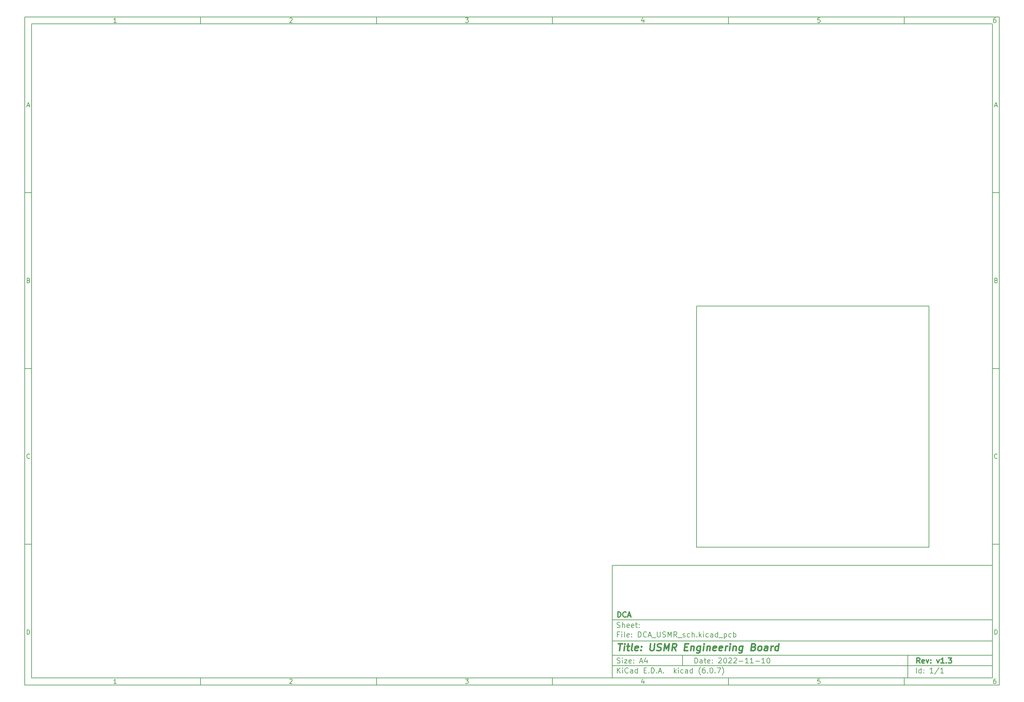
<source format=gbr>
%TF.GenerationSoftware,KiCad,Pcbnew,(6.0.7)*%
%TF.CreationDate,2022-11-15T16:12:34-05:00*%
%TF.ProjectId,DCA_USMR_sch,4443415f-5553-44d5-925f-7363682e6b69,v1.3*%
%TF.SameCoordinates,Original*%
%TF.FileFunction,Legend,Bot*%
%TF.FilePolarity,Positive*%
%FSLAX46Y46*%
G04 Gerber Fmt 4.6, Leading zero omitted, Abs format (unit mm)*
G04 Created by KiCad (PCBNEW (6.0.7)) date 2022-11-15 16:12:34*
%MOMM*%
%LPD*%
G01*
G04 APERTURE LIST*
%ADD10C,0.100000*%
%ADD11C,0.150000*%
%ADD12C,0.300000*%
%ADD13C,0.400000*%
%TA.AperFunction,Profile*%
%ADD14C,0.200000*%
%TD*%
G04 APERTURE END LIST*
D10*
D11*
X177002200Y-166007200D02*
X177002200Y-198007200D01*
X285002200Y-198007200D01*
X285002200Y-166007200D01*
X177002200Y-166007200D01*
D10*
D11*
X10000000Y-10000000D02*
X10000000Y-200007200D01*
X287002200Y-200007200D01*
X287002200Y-10000000D01*
X10000000Y-10000000D01*
D10*
D11*
X12000000Y-12000000D02*
X12000000Y-198007200D01*
X285002200Y-198007200D01*
X285002200Y-12000000D01*
X12000000Y-12000000D01*
D10*
D11*
X60000000Y-12000000D02*
X60000000Y-10000000D01*
D10*
D11*
X110000000Y-12000000D02*
X110000000Y-10000000D01*
D10*
D11*
X160000000Y-12000000D02*
X160000000Y-10000000D01*
D10*
D11*
X210000000Y-12000000D02*
X210000000Y-10000000D01*
D10*
D11*
X260000000Y-12000000D02*
X260000000Y-10000000D01*
D10*
D11*
X36065476Y-11588095D02*
X35322619Y-11588095D01*
X35694047Y-11588095D02*
X35694047Y-10288095D01*
X35570238Y-10473809D01*
X35446428Y-10597619D01*
X35322619Y-10659523D01*
D10*
D11*
X85322619Y-10411904D02*
X85384523Y-10350000D01*
X85508333Y-10288095D01*
X85817857Y-10288095D01*
X85941666Y-10350000D01*
X86003571Y-10411904D01*
X86065476Y-10535714D01*
X86065476Y-10659523D01*
X86003571Y-10845238D01*
X85260714Y-11588095D01*
X86065476Y-11588095D01*
D10*
D11*
X135260714Y-10288095D02*
X136065476Y-10288095D01*
X135632142Y-10783333D01*
X135817857Y-10783333D01*
X135941666Y-10845238D01*
X136003571Y-10907142D01*
X136065476Y-11030952D01*
X136065476Y-11340476D01*
X136003571Y-11464285D01*
X135941666Y-11526190D01*
X135817857Y-11588095D01*
X135446428Y-11588095D01*
X135322619Y-11526190D01*
X135260714Y-11464285D01*
D10*
D11*
X185941666Y-10721428D02*
X185941666Y-11588095D01*
X185632142Y-10226190D02*
X185322619Y-11154761D01*
X186127380Y-11154761D01*
D10*
D11*
X236003571Y-10288095D02*
X235384523Y-10288095D01*
X235322619Y-10907142D01*
X235384523Y-10845238D01*
X235508333Y-10783333D01*
X235817857Y-10783333D01*
X235941666Y-10845238D01*
X236003571Y-10907142D01*
X236065476Y-11030952D01*
X236065476Y-11340476D01*
X236003571Y-11464285D01*
X235941666Y-11526190D01*
X235817857Y-11588095D01*
X235508333Y-11588095D01*
X235384523Y-11526190D01*
X235322619Y-11464285D01*
D10*
D11*
X285941666Y-10288095D02*
X285694047Y-10288095D01*
X285570238Y-10350000D01*
X285508333Y-10411904D01*
X285384523Y-10597619D01*
X285322619Y-10845238D01*
X285322619Y-11340476D01*
X285384523Y-11464285D01*
X285446428Y-11526190D01*
X285570238Y-11588095D01*
X285817857Y-11588095D01*
X285941666Y-11526190D01*
X286003571Y-11464285D01*
X286065476Y-11340476D01*
X286065476Y-11030952D01*
X286003571Y-10907142D01*
X285941666Y-10845238D01*
X285817857Y-10783333D01*
X285570238Y-10783333D01*
X285446428Y-10845238D01*
X285384523Y-10907142D01*
X285322619Y-11030952D01*
D10*
D11*
X60000000Y-198007200D02*
X60000000Y-200007200D01*
D10*
D11*
X110000000Y-198007200D02*
X110000000Y-200007200D01*
D10*
D11*
X160000000Y-198007200D02*
X160000000Y-200007200D01*
D10*
D11*
X210000000Y-198007200D02*
X210000000Y-200007200D01*
D10*
D11*
X260000000Y-198007200D02*
X260000000Y-200007200D01*
D10*
D11*
X36065476Y-199595295D02*
X35322619Y-199595295D01*
X35694047Y-199595295D02*
X35694047Y-198295295D01*
X35570238Y-198481009D01*
X35446428Y-198604819D01*
X35322619Y-198666723D01*
D10*
D11*
X85322619Y-198419104D02*
X85384523Y-198357200D01*
X85508333Y-198295295D01*
X85817857Y-198295295D01*
X85941666Y-198357200D01*
X86003571Y-198419104D01*
X86065476Y-198542914D01*
X86065476Y-198666723D01*
X86003571Y-198852438D01*
X85260714Y-199595295D01*
X86065476Y-199595295D01*
D10*
D11*
X135260714Y-198295295D02*
X136065476Y-198295295D01*
X135632142Y-198790533D01*
X135817857Y-198790533D01*
X135941666Y-198852438D01*
X136003571Y-198914342D01*
X136065476Y-199038152D01*
X136065476Y-199347676D01*
X136003571Y-199471485D01*
X135941666Y-199533390D01*
X135817857Y-199595295D01*
X135446428Y-199595295D01*
X135322619Y-199533390D01*
X135260714Y-199471485D01*
D10*
D11*
X185941666Y-198728628D02*
X185941666Y-199595295D01*
X185632142Y-198233390D02*
X185322619Y-199161961D01*
X186127380Y-199161961D01*
D10*
D11*
X236003571Y-198295295D02*
X235384523Y-198295295D01*
X235322619Y-198914342D01*
X235384523Y-198852438D01*
X235508333Y-198790533D01*
X235817857Y-198790533D01*
X235941666Y-198852438D01*
X236003571Y-198914342D01*
X236065476Y-199038152D01*
X236065476Y-199347676D01*
X236003571Y-199471485D01*
X235941666Y-199533390D01*
X235817857Y-199595295D01*
X235508333Y-199595295D01*
X235384523Y-199533390D01*
X235322619Y-199471485D01*
D10*
D11*
X285941666Y-198295295D02*
X285694047Y-198295295D01*
X285570238Y-198357200D01*
X285508333Y-198419104D01*
X285384523Y-198604819D01*
X285322619Y-198852438D01*
X285322619Y-199347676D01*
X285384523Y-199471485D01*
X285446428Y-199533390D01*
X285570238Y-199595295D01*
X285817857Y-199595295D01*
X285941666Y-199533390D01*
X286003571Y-199471485D01*
X286065476Y-199347676D01*
X286065476Y-199038152D01*
X286003571Y-198914342D01*
X285941666Y-198852438D01*
X285817857Y-198790533D01*
X285570238Y-198790533D01*
X285446428Y-198852438D01*
X285384523Y-198914342D01*
X285322619Y-199038152D01*
D10*
D11*
X10000000Y-60000000D02*
X12000000Y-60000000D01*
D10*
D11*
X10000000Y-110000000D02*
X12000000Y-110000000D01*
D10*
D11*
X10000000Y-160000000D02*
X12000000Y-160000000D01*
D10*
D11*
X10690476Y-35216666D02*
X11309523Y-35216666D01*
X10566666Y-35588095D02*
X11000000Y-34288095D01*
X11433333Y-35588095D01*
D10*
D11*
X11092857Y-84907142D02*
X11278571Y-84969047D01*
X11340476Y-85030952D01*
X11402380Y-85154761D01*
X11402380Y-85340476D01*
X11340476Y-85464285D01*
X11278571Y-85526190D01*
X11154761Y-85588095D01*
X10659523Y-85588095D01*
X10659523Y-84288095D01*
X11092857Y-84288095D01*
X11216666Y-84350000D01*
X11278571Y-84411904D01*
X11340476Y-84535714D01*
X11340476Y-84659523D01*
X11278571Y-84783333D01*
X11216666Y-84845238D01*
X11092857Y-84907142D01*
X10659523Y-84907142D01*
D10*
D11*
X11402380Y-135464285D02*
X11340476Y-135526190D01*
X11154761Y-135588095D01*
X11030952Y-135588095D01*
X10845238Y-135526190D01*
X10721428Y-135402380D01*
X10659523Y-135278571D01*
X10597619Y-135030952D01*
X10597619Y-134845238D01*
X10659523Y-134597619D01*
X10721428Y-134473809D01*
X10845238Y-134350000D01*
X11030952Y-134288095D01*
X11154761Y-134288095D01*
X11340476Y-134350000D01*
X11402380Y-134411904D01*
D10*
D11*
X10659523Y-185588095D02*
X10659523Y-184288095D01*
X10969047Y-184288095D01*
X11154761Y-184350000D01*
X11278571Y-184473809D01*
X11340476Y-184597619D01*
X11402380Y-184845238D01*
X11402380Y-185030952D01*
X11340476Y-185278571D01*
X11278571Y-185402380D01*
X11154761Y-185526190D01*
X10969047Y-185588095D01*
X10659523Y-185588095D01*
D10*
D11*
X287002200Y-60000000D02*
X285002200Y-60000000D01*
D10*
D11*
X287002200Y-110000000D02*
X285002200Y-110000000D01*
D10*
D11*
X287002200Y-160000000D02*
X285002200Y-160000000D01*
D10*
D11*
X285692676Y-35216666D02*
X286311723Y-35216666D01*
X285568866Y-35588095D02*
X286002200Y-34288095D01*
X286435533Y-35588095D01*
D10*
D11*
X286095057Y-84907142D02*
X286280771Y-84969047D01*
X286342676Y-85030952D01*
X286404580Y-85154761D01*
X286404580Y-85340476D01*
X286342676Y-85464285D01*
X286280771Y-85526190D01*
X286156961Y-85588095D01*
X285661723Y-85588095D01*
X285661723Y-84288095D01*
X286095057Y-84288095D01*
X286218866Y-84350000D01*
X286280771Y-84411904D01*
X286342676Y-84535714D01*
X286342676Y-84659523D01*
X286280771Y-84783333D01*
X286218866Y-84845238D01*
X286095057Y-84907142D01*
X285661723Y-84907142D01*
D10*
D11*
X286404580Y-135464285D02*
X286342676Y-135526190D01*
X286156961Y-135588095D01*
X286033152Y-135588095D01*
X285847438Y-135526190D01*
X285723628Y-135402380D01*
X285661723Y-135278571D01*
X285599819Y-135030952D01*
X285599819Y-134845238D01*
X285661723Y-134597619D01*
X285723628Y-134473809D01*
X285847438Y-134350000D01*
X286033152Y-134288095D01*
X286156961Y-134288095D01*
X286342676Y-134350000D01*
X286404580Y-134411904D01*
D10*
D11*
X285661723Y-185588095D02*
X285661723Y-184288095D01*
X285971247Y-184288095D01*
X286156961Y-184350000D01*
X286280771Y-184473809D01*
X286342676Y-184597619D01*
X286404580Y-184845238D01*
X286404580Y-185030952D01*
X286342676Y-185278571D01*
X286280771Y-185402380D01*
X286156961Y-185526190D01*
X285971247Y-185588095D01*
X285661723Y-185588095D01*
D10*
D11*
X200434342Y-193785771D02*
X200434342Y-192285771D01*
X200791485Y-192285771D01*
X201005771Y-192357200D01*
X201148628Y-192500057D01*
X201220057Y-192642914D01*
X201291485Y-192928628D01*
X201291485Y-193142914D01*
X201220057Y-193428628D01*
X201148628Y-193571485D01*
X201005771Y-193714342D01*
X200791485Y-193785771D01*
X200434342Y-193785771D01*
X202577200Y-193785771D02*
X202577200Y-193000057D01*
X202505771Y-192857200D01*
X202362914Y-192785771D01*
X202077200Y-192785771D01*
X201934342Y-192857200D01*
X202577200Y-193714342D02*
X202434342Y-193785771D01*
X202077200Y-193785771D01*
X201934342Y-193714342D01*
X201862914Y-193571485D01*
X201862914Y-193428628D01*
X201934342Y-193285771D01*
X202077200Y-193214342D01*
X202434342Y-193214342D01*
X202577200Y-193142914D01*
X203077200Y-192785771D02*
X203648628Y-192785771D01*
X203291485Y-192285771D02*
X203291485Y-193571485D01*
X203362914Y-193714342D01*
X203505771Y-193785771D01*
X203648628Y-193785771D01*
X204720057Y-193714342D02*
X204577200Y-193785771D01*
X204291485Y-193785771D01*
X204148628Y-193714342D01*
X204077200Y-193571485D01*
X204077200Y-193000057D01*
X204148628Y-192857200D01*
X204291485Y-192785771D01*
X204577200Y-192785771D01*
X204720057Y-192857200D01*
X204791485Y-193000057D01*
X204791485Y-193142914D01*
X204077200Y-193285771D01*
X205434342Y-193642914D02*
X205505771Y-193714342D01*
X205434342Y-193785771D01*
X205362914Y-193714342D01*
X205434342Y-193642914D01*
X205434342Y-193785771D01*
X205434342Y-192857200D02*
X205505771Y-192928628D01*
X205434342Y-193000057D01*
X205362914Y-192928628D01*
X205434342Y-192857200D01*
X205434342Y-193000057D01*
X207220057Y-192428628D02*
X207291485Y-192357200D01*
X207434342Y-192285771D01*
X207791485Y-192285771D01*
X207934342Y-192357200D01*
X208005771Y-192428628D01*
X208077200Y-192571485D01*
X208077200Y-192714342D01*
X208005771Y-192928628D01*
X207148628Y-193785771D01*
X208077200Y-193785771D01*
X209005771Y-192285771D02*
X209148628Y-192285771D01*
X209291485Y-192357200D01*
X209362914Y-192428628D01*
X209434342Y-192571485D01*
X209505771Y-192857200D01*
X209505771Y-193214342D01*
X209434342Y-193500057D01*
X209362914Y-193642914D01*
X209291485Y-193714342D01*
X209148628Y-193785771D01*
X209005771Y-193785771D01*
X208862914Y-193714342D01*
X208791485Y-193642914D01*
X208720057Y-193500057D01*
X208648628Y-193214342D01*
X208648628Y-192857200D01*
X208720057Y-192571485D01*
X208791485Y-192428628D01*
X208862914Y-192357200D01*
X209005771Y-192285771D01*
X210077200Y-192428628D02*
X210148628Y-192357200D01*
X210291485Y-192285771D01*
X210648628Y-192285771D01*
X210791485Y-192357200D01*
X210862914Y-192428628D01*
X210934342Y-192571485D01*
X210934342Y-192714342D01*
X210862914Y-192928628D01*
X210005771Y-193785771D01*
X210934342Y-193785771D01*
X211505771Y-192428628D02*
X211577200Y-192357200D01*
X211720057Y-192285771D01*
X212077200Y-192285771D01*
X212220057Y-192357200D01*
X212291485Y-192428628D01*
X212362914Y-192571485D01*
X212362914Y-192714342D01*
X212291485Y-192928628D01*
X211434342Y-193785771D01*
X212362914Y-193785771D01*
X213005771Y-193214342D02*
X214148628Y-193214342D01*
X215648628Y-193785771D02*
X214791485Y-193785771D01*
X215220057Y-193785771D02*
X215220057Y-192285771D01*
X215077200Y-192500057D01*
X214934342Y-192642914D01*
X214791485Y-192714342D01*
X217077200Y-193785771D02*
X216220057Y-193785771D01*
X216648628Y-193785771D02*
X216648628Y-192285771D01*
X216505771Y-192500057D01*
X216362914Y-192642914D01*
X216220057Y-192714342D01*
X217720057Y-193214342D02*
X218862914Y-193214342D01*
X220362914Y-193785771D02*
X219505771Y-193785771D01*
X219934342Y-193785771D02*
X219934342Y-192285771D01*
X219791485Y-192500057D01*
X219648628Y-192642914D01*
X219505771Y-192714342D01*
X221291485Y-192285771D02*
X221434342Y-192285771D01*
X221577200Y-192357200D01*
X221648628Y-192428628D01*
X221720057Y-192571485D01*
X221791485Y-192857200D01*
X221791485Y-193214342D01*
X221720057Y-193500057D01*
X221648628Y-193642914D01*
X221577200Y-193714342D01*
X221434342Y-193785771D01*
X221291485Y-193785771D01*
X221148628Y-193714342D01*
X221077200Y-193642914D01*
X221005771Y-193500057D01*
X220934342Y-193214342D01*
X220934342Y-192857200D01*
X221005771Y-192571485D01*
X221077200Y-192428628D01*
X221148628Y-192357200D01*
X221291485Y-192285771D01*
D10*
D11*
X177002200Y-194507200D02*
X285002200Y-194507200D01*
D10*
D11*
X178434342Y-196585771D02*
X178434342Y-195085771D01*
X179291485Y-196585771D02*
X178648628Y-195728628D01*
X179291485Y-195085771D02*
X178434342Y-195942914D01*
X179934342Y-196585771D02*
X179934342Y-195585771D01*
X179934342Y-195085771D02*
X179862914Y-195157200D01*
X179934342Y-195228628D01*
X180005771Y-195157200D01*
X179934342Y-195085771D01*
X179934342Y-195228628D01*
X181505771Y-196442914D02*
X181434342Y-196514342D01*
X181220057Y-196585771D01*
X181077200Y-196585771D01*
X180862914Y-196514342D01*
X180720057Y-196371485D01*
X180648628Y-196228628D01*
X180577200Y-195942914D01*
X180577200Y-195728628D01*
X180648628Y-195442914D01*
X180720057Y-195300057D01*
X180862914Y-195157200D01*
X181077200Y-195085771D01*
X181220057Y-195085771D01*
X181434342Y-195157200D01*
X181505771Y-195228628D01*
X182791485Y-196585771D02*
X182791485Y-195800057D01*
X182720057Y-195657200D01*
X182577200Y-195585771D01*
X182291485Y-195585771D01*
X182148628Y-195657200D01*
X182791485Y-196514342D02*
X182648628Y-196585771D01*
X182291485Y-196585771D01*
X182148628Y-196514342D01*
X182077200Y-196371485D01*
X182077200Y-196228628D01*
X182148628Y-196085771D01*
X182291485Y-196014342D01*
X182648628Y-196014342D01*
X182791485Y-195942914D01*
X184148628Y-196585771D02*
X184148628Y-195085771D01*
X184148628Y-196514342D02*
X184005771Y-196585771D01*
X183720057Y-196585771D01*
X183577200Y-196514342D01*
X183505771Y-196442914D01*
X183434342Y-196300057D01*
X183434342Y-195871485D01*
X183505771Y-195728628D01*
X183577200Y-195657200D01*
X183720057Y-195585771D01*
X184005771Y-195585771D01*
X184148628Y-195657200D01*
X186005771Y-195800057D02*
X186505771Y-195800057D01*
X186720057Y-196585771D02*
X186005771Y-196585771D01*
X186005771Y-195085771D01*
X186720057Y-195085771D01*
X187362914Y-196442914D02*
X187434342Y-196514342D01*
X187362914Y-196585771D01*
X187291485Y-196514342D01*
X187362914Y-196442914D01*
X187362914Y-196585771D01*
X188077200Y-196585771D02*
X188077200Y-195085771D01*
X188434342Y-195085771D01*
X188648628Y-195157200D01*
X188791485Y-195300057D01*
X188862914Y-195442914D01*
X188934342Y-195728628D01*
X188934342Y-195942914D01*
X188862914Y-196228628D01*
X188791485Y-196371485D01*
X188648628Y-196514342D01*
X188434342Y-196585771D01*
X188077200Y-196585771D01*
X189577200Y-196442914D02*
X189648628Y-196514342D01*
X189577200Y-196585771D01*
X189505771Y-196514342D01*
X189577200Y-196442914D01*
X189577200Y-196585771D01*
X190220057Y-196157200D02*
X190934342Y-196157200D01*
X190077200Y-196585771D02*
X190577200Y-195085771D01*
X191077200Y-196585771D01*
X191577200Y-196442914D02*
X191648628Y-196514342D01*
X191577200Y-196585771D01*
X191505771Y-196514342D01*
X191577200Y-196442914D01*
X191577200Y-196585771D01*
X194577200Y-196585771D02*
X194577200Y-195085771D01*
X194720057Y-196014342D02*
X195148628Y-196585771D01*
X195148628Y-195585771D02*
X194577200Y-196157200D01*
X195791485Y-196585771D02*
X195791485Y-195585771D01*
X195791485Y-195085771D02*
X195720057Y-195157200D01*
X195791485Y-195228628D01*
X195862914Y-195157200D01*
X195791485Y-195085771D01*
X195791485Y-195228628D01*
X197148628Y-196514342D02*
X197005771Y-196585771D01*
X196720057Y-196585771D01*
X196577200Y-196514342D01*
X196505771Y-196442914D01*
X196434342Y-196300057D01*
X196434342Y-195871485D01*
X196505771Y-195728628D01*
X196577200Y-195657200D01*
X196720057Y-195585771D01*
X197005771Y-195585771D01*
X197148628Y-195657200D01*
X198434342Y-196585771D02*
X198434342Y-195800057D01*
X198362914Y-195657200D01*
X198220057Y-195585771D01*
X197934342Y-195585771D01*
X197791485Y-195657200D01*
X198434342Y-196514342D02*
X198291485Y-196585771D01*
X197934342Y-196585771D01*
X197791485Y-196514342D01*
X197720057Y-196371485D01*
X197720057Y-196228628D01*
X197791485Y-196085771D01*
X197934342Y-196014342D01*
X198291485Y-196014342D01*
X198434342Y-195942914D01*
X199791485Y-196585771D02*
X199791485Y-195085771D01*
X199791485Y-196514342D02*
X199648628Y-196585771D01*
X199362914Y-196585771D01*
X199220057Y-196514342D01*
X199148628Y-196442914D01*
X199077200Y-196300057D01*
X199077200Y-195871485D01*
X199148628Y-195728628D01*
X199220057Y-195657200D01*
X199362914Y-195585771D01*
X199648628Y-195585771D01*
X199791485Y-195657200D01*
X202077200Y-197157200D02*
X202005771Y-197085771D01*
X201862914Y-196871485D01*
X201791485Y-196728628D01*
X201720057Y-196514342D01*
X201648628Y-196157200D01*
X201648628Y-195871485D01*
X201720057Y-195514342D01*
X201791485Y-195300057D01*
X201862914Y-195157200D01*
X202005771Y-194942914D01*
X202077200Y-194871485D01*
X203291485Y-195085771D02*
X203005771Y-195085771D01*
X202862914Y-195157200D01*
X202791485Y-195228628D01*
X202648628Y-195442914D01*
X202577200Y-195728628D01*
X202577200Y-196300057D01*
X202648628Y-196442914D01*
X202720057Y-196514342D01*
X202862914Y-196585771D01*
X203148628Y-196585771D01*
X203291485Y-196514342D01*
X203362914Y-196442914D01*
X203434342Y-196300057D01*
X203434342Y-195942914D01*
X203362914Y-195800057D01*
X203291485Y-195728628D01*
X203148628Y-195657200D01*
X202862914Y-195657200D01*
X202720057Y-195728628D01*
X202648628Y-195800057D01*
X202577200Y-195942914D01*
X204077200Y-196442914D02*
X204148628Y-196514342D01*
X204077200Y-196585771D01*
X204005771Y-196514342D01*
X204077200Y-196442914D01*
X204077200Y-196585771D01*
X205077200Y-195085771D02*
X205220057Y-195085771D01*
X205362914Y-195157200D01*
X205434342Y-195228628D01*
X205505771Y-195371485D01*
X205577200Y-195657200D01*
X205577200Y-196014342D01*
X205505771Y-196300057D01*
X205434342Y-196442914D01*
X205362914Y-196514342D01*
X205220057Y-196585771D01*
X205077200Y-196585771D01*
X204934342Y-196514342D01*
X204862914Y-196442914D01*
X204791485Y-196300057D01*
X204720057Y-196014342D01*
X204720057Y-195657200D01*
X204791485Y-195371485D01*
X204862914Y-195228628D01*
X204934342Y-195157200D01*
X205077200Y-195085771D01*
X206220057Y-196442914D02*
X206291485Y-196514342D01*
X206220057Y-196585771D01*
X206148628Y-196514342D01*
X206220057Y-196442914D01*
X206220057Y-196585771D01*
X206791485Y-195085771D02*
X207791485Y-195085771D01*
X207148628Y-196585771D01*
X208220057Y-197157200D02*
X208291485Y-197085771D01*
X208434342Y-196871485D01*
X208505771Y-196728628D01*
X208577200Y-196514342D01*
X208648628Y-196157200D01*
X208648628Y-195871485D01*
X208577200Y-195514342D01*
X208505771Y-195300057D01*
X208434342Y-195157200D01*
X208291485Y-194942914D01*
X208220057Y-194871485D01*
D10*
D11*
X177002200Y-191507200D02*
X285002200Y-191507200D01*
D10*
D12*
X264411485Y-193785771D02*
X263911485Y-193071485D01*
X263554342Y-193785771D02*
X263554342Y-192285771D01*
X264125771Y-192285771D01*
X264268628Y-192357200D01*
X264340057Y-192428628D01*
X264411485Y-192571485D01*
X264411485Y-192785771D01*
X264340057Y-192928628D01*
X264268628Y-193000057D01*
X264125771Y-193071485D01*
X263554342Y-193071485D01*
X265625771Y-193714342D02*
X265482914Y-193785771D01*
X265197200Y-193785771D01*
X265054342Y-193714342D01*
X264982914Y-193571485D01*
X264982914Y-193000057D01*
X265054342Y-192857200D01*
X265197200Y-192785771D01*
X265482914Y-192785771D01*
X265625771Y-192857200D01*
X265697200Y-193000057D01*
X265697200Y-193142914D01*
X264982914Y-193285771D01*
X266197200Y-192785771D02*
X266554342Y-193785771D01*
X266911485Y-192785771D01*
X267482914Y-193642914D02*
X267554342Y-193714342D01*
X267482914Y-193785771D01*
X267411485Y-193714342D01*
X267482914Y-193642914D01*
X267482914Y-193785771D01*
X267482914Y-192857200D02*
X267554342Y-192928628D01*
X267482914Y-193000057D01*
X267411485Y-192928628D01*
X267482914Y-192857200D01*
X267482914Y-193000057D01*
X269197200Y-192785771D02*
X269554342Y-193785771D01*
X269911485Y-192785771D01*
X271268628Y-193785771D02*
X270411485Y-193785771D01*
X270840057Y-193785771D02*
X270840057Y-192285771D01*
X270697200Y-192500057D01*
X270554342Y-192642914D01*
X270411485Y-192714342D01*
X271911485Y-193642914D02*
X271982914Y-193714342D01*
X271911485Y-193785771D01*
X271840057Y-193714342D01*
X271911485Y-193642914D01*
X271911485Y-193785771D01*
X272482914Y-192285771D02*
X273411485Y-192285771D01*
X272911485Y-192857200D01*
X273125771Y-192857200D01*
X273268628Y-192928628D01*
X273340057Y-193000057D01*
X273411485Y-193142914D01*
X273411485Y-193500057D01*
X273340057Y-193642914D01*
X273268628Y-193714342D01*
X273125771Y-193785771D01*
X272697200Y-193785771D01*
X272554342Y-193714342D01*
X272482914Y-193642914D01*
D10*
D11*
X178362914Y-193714342D02*
X178577200Y-193785771D01*
X178934342Y-193785771D01*
X179077200Y-193714342D01*
X179148628Y-193642914D01*
X179220057Y-193500057D01*
X179220057Y-193357200D01*
X179148628Y-193214342D01*
X179077200Y-193142914D01*
X178934342Y-193071485D01*
X178648628Y-193000057D01*
X178505771Y-192928628D01*
X178434342Y-192857200D01*
X178362914Y-192714342D01*
X178362914Y-192571485D01*
X178434342Y-192428628D01*
X178505771Y-192357200D01*
X178648628Y-192285771D01*
X179005771Y-192285771D01*
X179220057Y-192357200D01*
X179862914Y-193785771D02*
X179862914Y-192785771D01*
X179862914Y-192285771D02*
X179791485Y-192357200D01*
X179862914Y-192428628D01*
X179934342Y-192357200D01*
X179862914Y-192285771D01*
X179862914Y-192428628D01*
X180434342Y-192785771D02*
X181220057Y-192785771D01*
X180434342Y-193785771D01*
X181220057Y-193785771D01*
X182362914Y-193714342D02*
X182220057Y-193785771D01*
X181934342Y-193785771D01*
X181791485Y-193714342D01*
X181720057Y-193571485D01*
X181720057Y-193000057D01*
X181791485Y-192857200D01*
X181934342Y-192785771D01*
X182220057Y-192785771D01*
X182362914Y-192857200D01*
X182434342Y-193000057D01*
X182434342Y-193142914D01*
X181720057Y-193285771D01*
X183077200Y-193642914D02*
X183148628Y-193714342D01*
X183077200Y-193785771D01*
X183005771Y-193714342D01*
X183077200Y-193642914D01*
X183077200Y-193785771D01*
X183077200Y-192857200D02*
X183148628Y-192928628D01*
X183077200Y-193000057D01*
X183005771Y-192928628D01*
X183077200Y-192857200D01*
X183077200Y-193000057D01*
X184862914Y-193357200D02*
X185577200Y-193357200D01*
X184720057Y-193785771D02*
X185220057Y-192285771D01*
X185720057Y-193785771D01*
X186862914Y-192785771D02*
X186862914Y-193785771D01*
X186505771Y-192214342D02*
X186148628Y-193285771D01*
X187077200Y-193285771D01*
D10*
D11*
X263434342Y-196585771D02*
X263434342Y-195085771D01*
X264791485Y-196585771D02*
X264791485Y-195085771D01*
X264791485Y-196514342D02*
X264648628Y-196585771D01*
X264362914Y-196585771D01*
X264220057Y-196514342D01*
X264148628Y-196442914D01*
X264077200Y-196300057D01*
X264077200Y-195871485D01*
X264148628Y-195728628D01*
X264220057Y-195657200D01*
X264362914Y-195585771D01*
X264648628Y-195585771D01*
X264791485Y-195657200D01*
X265505771Y-196442914D02*
X265577200Y-196514342D01*
X265505771Y-196585771D01*
X265434342Y-196514342D01*
X265505771Y-196442914D01*
X265505771Y-196585771D01*
X265505771Y-195657200D02*
X265577200Y-195728628D01*
X265505771Y-195800057D01*
X265434342Y-195728628D01*
X265505771Y-195657200D01*
X265505771Y-195800057D01*
X268148628Y-196585771D02*
X267291485Y-196585771D01*
X267720057Y-196585771D02*
X267720057Y-195085771D01*
X267577200Y-195300057D01*
X267434342Y-195442914D01*
X267291485Y-195514342D01*
X269862914Y-195014342D02*
X268577200Y-196942914D01*
X271148628Y-196585771D02*
X270291485Y-196585771D01*
X270720057Y-196585771D02*
X270720057Y-195085771D01*
X270577200Y-195300057D01*
X270434342Y-195442914D01*
X270291485Y-195514342D01*
D10*
D11*
X177002200Y-187507200D02*
X285002200Y-187507200D01*
D10*
D13*
X178714580Y-188211961D02*
X179857438Y-188211961D01*
X179036009Y-190211961D02*
X179286009Y-188211961D01*
X180274104Y-190211961D02*
X180440771Y-188878628D01*
X180524104Y-188211961D02*
X180416961Y-188307200D01*
X180500295Y-188402438D01*
X180607438Y-188307200D01*
X180524104Y-188211961D01*
X180500295Y-188402438D01*
X181107438Y-188878628D02*
X181869342Y-188878628D01*
X181476485Y-188211961D02*
X181262200Y-189926247D01*
X181333628Y-190116723D01*
X181512200Y-190211961D01*
X181702676Y-190211961D01*
X182655057Y-190211961D02*
X182476485Y-190116723D01*
X182405057Y-189926247D01*
X182619342Y-188211961D01*
X184190771Y-190116723D02*
X183988390Y-190211961D01*
X183607438Y-190211961D01*
X183428866Y-190116723D01*
X183357438Y-189926247D01*
X183452676Y-189164342D01*
X183571723Y-188973866D01*
X183774104Y-188878628D01*
X184155057Y-188878628D01*
X184333628Y-188973866D01*
X184405057Y-189164342D01*
X184381247Y-189354819D01*
X183405057Y-189545295D01*
X185155057Y-190021485D02*
X185238390Y-190116723D01*
X185131247Y-190211961D01*
X185047914Y-190116723D01*
X185155057Y-190021485D01*
X185131247Y-190211961D01*
X185286009Y-188973866D02*
X185369342Y-189069104D01*
X185262200Y-189164342D01*
X185178866Y-189069104D01*
X185286009Y-188973866D01*
X185262200Y-189164342D01*
X187857438Y-188211961D02*
X187655057Y-189831009D01*
X187726485Y-190021485D01*
X187809819Y-190116723D01*
X187988390Y-190211961D01*
X188369342Y-190211961D01*
X188571723Y-190116723D01*
X188678866Y-190021485D01*
X188797914Y-189831009D01*
X189000295Y-188211961D01*
X189619342Y-190116723D02*
X189893152Y-190211961D01*
X190369342Y-190211961D01*
X190571723Y-190116723D01*
X190678866Y-190021485D01*
X190797914Y-189831009D01*
X190821723Y-189640533D01*
X190750295Y-189450057D01*
X190666961Y-189354819D01*
X190488390Y-189259580D01*
X190119342Y-189164342D01*
X189940771Y-189069104D01*
X189857438Y-188973866D01*
X189786009Y-188783390D01*
X189809819Y-188592914D01*
X189928866Y-188402438D01*
X190036009Y-188307200D01*
X190238390Y-188211961D01*
X190714580Y-188211961D01*
X190988390Y-188307200D01*
X191607438Y-190211961D02*
X191857438Y-188211961D01*
X192345533Y-189640533D01*
X193190771Y-188211961D01*
X192940771Y-190211961D01*
X195036009Y-190211961D02*
X194488390Y-189259580D01*
X193893152Y-190211961D02*
X194143152Y-188211961D01*
X194905057Y-188211961D01*
X195083628Y-188307200D01*
X195166961Y-188402438D01*
X195238390Y-188592914D01*
X195202676Y-188878628D01*
X195083628Y-189069104D01*
X194976485Y-189164342D01*
X194774104Y-189259580D01*
X194012200Y-189259580D01*
X197547914Y-189164342D02*
X198214580Y-189164342D01*
X198369342Y-190211961D02*
X197416961Y-190211961D01*
X197666961Y-188211961D01*
X198619342Y-188211961D01*
X199393152Y-188878628D02*
X199226485Y-190211961D01*
X199369342Y-189069104D02*
X199476485Y-188973866D01*
X199678866Y-188878628D01*
X199964580Y-188878628D01*
X200143152Y-188973866D01*
X200214580Y-189164342D01*
X200083628Y-190211961D01*
X202059819Y-188878628D02*
X201857438Y-190497676D01*
X201738390Y-190688152D01*
X201631247Y-190783390D01*
X201428866Y-190878628D01*
X201143152Y-190878628D01*
X200964580Y-190783390D01*
X201905057Y-190116723D02*
X201702676Y-190211961D01*
X201321723Y-190211961D01*
X201143152Y-190116723D01*
X201059819Y-190021485D01*
X200988390Y-189831009D01*
X201059819Y-189259580D01*
X201178866Y-189069104D01*
X201286009Y-188973866D01*
X201488390Y-188878628D01*
X201869342Y-188878628D01*
X202047914Y-188973866D01*
X202845533Y-190211961D02*
X203012200Y-188878628D01*
X203095533Y-188211961D02*
X202988390Y-188307200D01*
X203071723Y-188402438D01*
X203178866Y-188307200D01*
X203095533Y-188211961D01*
X203071723Y-188402438D01*
X203964580Y-188878628D02*
X203797914Y-190211961D01*
X203940771Y-189069104D02*
X204047914Y-188973866D01*
X204250295Y-188878628D01*
X204536009Y-188878628D01*
X204714580Y-188973866D01*
X204786009Y-189164342D01*
X204655057Y-190211961D01*
X206381247Y-190116723D02*
X206178866Y-190211961D01*
X205797914Y-190211961D01*
X205619342Y-190116723D01*
X205547914Y-189926247D01*
X205643152Y-189164342D01*
X205762200Y-188973866D01*
X205964580Y-188878628D01*
X206345533Y-188878628D01*
X206524104Y-188973866D01*
X206595533Y-189164342D01*
X206571723Y-189354819D01*
X205595533Y-189545295D01*
X208095533Y-190116723D02*
X207893152Y-190211961D01*
X207512200Y-190211961D01*
X207333628Y-190116723D01*
X207262200Y-189926247D01*
X207357438Y-189164342D01*
X207476485Y-188973866D01*
X207678866Y-188878628D01*
X208059819Y-188878628D01*
X208238390Y-188973866D01*
X208309819Y-189164342D01*
X208286009Y-189354819D01*
X207309819Y-189545295D01*
X209036009Y-190211961D02*
X209202676Y-188878628D01*
X209155057Y-189259580D02*
X209274104Y-189069104D01*
X209381247Y-188973866D01*
X209583628Y-188878628D01*
X209774104Y-188878628D01*
X210274104Y-190211961D02*
X210440771Y-188878628D01*
X210524104Y-188211961D02*
X210416961Y-188307200D01*
X210500295Y-188402438D01*
X210607438Y-188307200D01*
X210524104Y-188211961D01*
X210500295Y-188402438D01*
X211393152Y-188878628D02*
X211226485Y-190211961D01*
X211369342Y-189069104D02*
X211476485Y-188973866D01*
X211678866Y-188878628D01*
X211964580Y-188878628D01*
X212143152Y-188973866D01*
X212214580Y-189164342D01*
X212083628Y-190211961D01*
X214059819Y-188878628D02*
X213857438Y-190497676D01*
X213738390Y-190688152D01*
X213631247Y-190783390D01*
X213428866Y-190878628D01*
X213143152Y-190878628D01*
X212964580Y-190783390D01*
X213905057Y-190116723D02*
X213702676Y-190211961D01*
X213321723Y-190211961D01*
X213143152Y-190116723D01*
X213059819Y-190021485D01*
X212988390Y-189831009D01*
X213059819Y-189259580D01*
X213178866Y-189069104D01*
X213286009Y-188973866D01*
X213488390Y-188878628D01*
X213869342Y-188878628D01*
X214047914Y-188973866D01*
X217166961Y-189164342D02*
X217440771Y-189259580D01*
X217524104Y-189354819D01*
X217595533Y-189545295D01*
X217559819Y-189831009D01*
X217440771Y-190021485D01*
X217333628Y-190116723D01*
X217131247Y-190211961D01*
X216369342Y-190211961D01*
X216619342Y-188211961D01*
X217286009Y-188211961D01*
X217464580Y-188307200D01*
X217547914Y-188402438D01*
X217619342Y-188592914D01*
X217595533Y-188783390D01*
X217476485Y-188973866D01*
X217369342Y-189069104D01*
X217166961Y-189164342D01*
X216500295Y-189164342D01*
X218655057Y-190211961D02*
X218476485Y-190116723D01*
X218393152Y-190021485D01*
X218321723Y-189831009D01*
X218393152Y-189259580D01*
X218512200Y-189069104D01*
X218619342Y-188973866D01*
X218821723Y-188878628D01*
X219107438Y-188878628D01*
X219286009Y-188973866D01*
X219369342Y-189069104D01*
X219440771Y-189259580D01*
X219369342Y-189831009D01*
X219250295Y-190021485D01*
X219143152Y-190116723D01*
X218940771Y-190211961D01*
X218655057Y-190211961D01*
X221036009Y-190211961D02*
X221166961Y-189164342D01*
X221095533Y-188973866D01*
X220916961Y-188878628D01*
X220536009Y-188878628D01*
X220333628Y-188973866D01*
X221047914Y-190116723D02*
X220845533Y-190211961D01*
X220369342Y-190211961D01*
X220190771Y-190116723D01*
X220119342Y-189926247D01*
X220143152Y-189735771D01*
X220262200Y-189545295D01*
X220464580Y-189450057D01*
X220940771Y-189450057D01*
X221143152Y-189354819D01*
X221988390Y-190211961D02*
X222155057Y-188878628D01*
X222107438Y-189259580D02*
X222226485Y-189069104D01*
X222333628Y-188973866D01*
X222536009Y-188878628D01*
X222726485Y-188878628D01*
X224083628Y-190211961D02*
X224333628Y-188211961D01*
X224095533Y-190116723D02*
X223893152Y-190211961D01*
X223512199Y-190211961D01*
X223333628Y-190116723D01*
X223250295Y-190021485D01*
X223178866Y-189831009D01*
X223250295Y-189259580D01*
X223369342Y-189069104D01*
X223476485Y-188973866D01*
X223678866Y-188878628D01*
X224059819Y-188878628D01*
X224238390Y-188973866D01*
D10*
D11*
X178934342Y-185600057D02*
X178434342Y-185600057D01*
X178434342Y-186385771D02*
X178434342Y-184885771D01*
X179148628Y-184885771D01*
X179720057Y-186385771D02*
X179720057Y-185385771D01*
X179720057Y-184885771D02*
X179648628Y-184957200D01*
X179720057Y-185028628D01*
X179791485Y-184957200D01*
X179720057Y-184885771D01*
X179720057Y-185028628D01*
X180648628Y-186385771D02*
X180505771Y-186314342D01*
X180434342Y-186171485D01*
X180434342Y-184885771D01*
X181791485Y-186314342D02*
X181648628Y-186385771D01*
X181362914Y-186385771D01*
X181220057Y-186314342D01*
X181148628Y-186171485D01*
X181148628Y-185600057D01*
X181220057Y-185457200D01*
X181362914Y-185385771D01*
X181648628Y-185385771D01*
X181791485Y-185457200D01*
X181862914Y-185600057D01*
X181862914Y-185742914D01*
X181148628Y-185885771D01*
X182505771Y-186242914D02*
X182577200Y-186314342D01*
X182505771Y-186385771D01*
X182434342Y-186314342D01*
X182505771Y-186242914D01*
X182505771Y-186385771D01*
X182505771Y-185457200D02*
X182577200Y-185528628D01*
X182505771Y-185600057D01*
X182434342Y-185528628D01*
X182505771Y-185457200D01*
X182505771Y-185600057D01*
X184362914Y-186385771D02*
X184362914Y-184885771D01*
X184720057Y-184885771D01*
X184934342Y-184957200D01*
X185077200Y-185100057D01*
X185148628Y-185242914D01*
X185220057Y-185528628D01*
X185220057Y-185742914D01*
X185148628Y-186028628D01*
X185077200Y-186171485D01*
X184934342Y-186314342D01*
X184720057Y-186385771D01*
X184362914Y-186385771D01*
X186720057Y-186242914D02*
X186648628Y-186314342D01*
X186434342Y-186385771D01*
X186291485Y-186385771D01*
X186077200Y-186314342D01*
X185934342Y-186171485D01*
X185862914Y-186028628D01*
X185791485Y-185742914D01*
X185791485Y-185528628D01*
X185862914Y-185242914D01*
X185934342Y-185100057D01*
X186077200Y-184957200D01*
X186291485Y-184885771D01*
X186434342Y-184885771D01*
X186648628Y-184957200D01*
X186720057Y-185028628D01*
X187291485Y-185957200D02*
X188005771Y-185957200D01*
X187148628Y-186385771D02*
X187648628Y-184885771D01*
X188148628Y-186385771D01*
X188291485Y-186528628D02*
X189434342Y-186528628D01*
X189791485Y-184885771D02*
X189791485Y-186100057D01*
X189862914Y-186242914D01*
X189934342Y-186314342D01*
X190077200Y-186385771D01*
X190362914Y-186385771D01*
X190505771Y-186314342D01*
X190577200Y-186242914D01*
X190648628Y-186100057D01*
X190648628Y-184885771D01*
X191291485Y-186314342D02*
X191505771Y-186385771D01*
X191862914Y-186385771D01*
X192005771Y-186314342D01*
X192077200Y-186242914D01*
X192148628Y-186100057D01*
X192148628Y-185957200D01*
X192077200Y-185814342D01*
X192005771Y-185742914D01*
X191862914Y-185671485D01*
X191577200Y-185600057D01*
X191434342Y-185528628D01*
X191362914Y-185457200D01*
X191291485Y-185314342D01*
X191291485Y-185171485D01*
X191362914Y-185028628D01*
X191434342Y-184957200D01*
X191577200Y-184885771D01*
X191934342Y-184885771D01*
X192148628Y-184957200D01*
X192791485Y-186385771D02*
X192791485Y-184885771D01*
X193291485Y-185957200D01*
X193791485Y-184885771D01*
X193791485Y-186385771D01*
X195362914Y-186385771D02*
X194862914Y-185671485D01*
X194505771Y-186385771D02*
X194505771Y-184885771D01*
X195077200Y-184885771D01*
X195220057Y-184957200D01*
X195291485Y-185028628D01*
X195362914Y-185171485D01*
X195362914Y-185385771D01*
X195291485Y-185528628D01*
X195220057Y-185600057D01*
X195077200Y-185671485D01*
X194505771Y-185671485D01*
X195648628Y-186528628D02*
X196791485Y-186528628D01*
X197077200Y-186314342D02*
X197220057Y-186385771D01*
X197505771Y-186385771D01*
X197648628Y-186314342D01*
X197720057Y-186171485D01*
X197720057Y-186100057D01*
X197648628Y-185957200D01*
X197505771Y-185885771D01*
X197291485Y-185885771D01*
X197148628Y-185814342D01*
X197077200Y-185671485D01*
X197077200Y-185600057D01*
X197148628Y-185457200D01*
X197291485Y-185385771D01*
X197505771Y-185385771D01*
X197648628Y-185457200D01*
X199005771Y-186314342D02*
X198862914Y-186385771D01*
X198577200Y-186385771D01*
X198434342Y-186314342D01*
X198362914Y-186242914D01*
X198291485Y-186100057D01*
X198291485Y-185671485D01*
X198362914Y-185528628D01*
X198434342Y-185457200D01*
X198577200Y-185385771D01*
X198862914Y-185385771D01*
X199005771Y-185457200D01*
X199648628Y-186385771D02*
X199648628Y-184885771D01*
X200291485Y-186385771D02*
X200291485Y-185600057D01*
X200220057Y-185457200D01*
X200077200Y-185385771D01*
X199862914Y-185385771D01*
X199720057Y-185457200D01*
X199648628Y-185528628D01*
X201005771Y-186242914D02*
X201077200Y-186314342D01*
X201005771Y-186385771D01*
X200934342Y-186314342D01*
X201005771Y-186242914D01*
X201005771Y-186385771D01*
X201720057Y-186385771D02*
X201720057Y-184885771D01*
X201862914Y-185814342D02*
X202291485Y-186385771D01*
X202291485Y-185385771D02*
X201720057Y-185957200D01*
X202934342Y-186385771D02*
X202934342Y-185385771D01*
X202934342Y-184885771D02*
X202862914Y-184957200D01*
X202934342Y-185028628D01*
X203005771Y-184957200D01*
X202934342Y-184885771D01*
X202934342Y-185028628D01*
X204291485Y-186314342D02*
X204148628Y-186385771D01*
X203862914Y-186385771D01*
X203720057Y-186314342D01*
X203648628Y-186242914D01*
X203577200Y-186100057D01*
X203577200Y-185671485D01*
X203648628Y-185528628D01*
X203720057Y-185457200D01*
X203862914Y-185385771D01*
X204148628Y-185385771D01*
X204291485Y-185457200D01*
X205577200Y-186385771D02*
X205577200Y-185600057D01*
X205505771Y-185457200D01*
X205362914Y-185385771D01*
X205077200Y-185385771D01*
X204934342Y-185457200D01*
X205577200Y-186314342D02*
X205434342Y-186385771D01*
X205077200Y-186385771D01*
X204934342Y-186314342D01*
X204862914Y-186171485D01*
X204862914Y-186028628D01*
X204934342Y-185885771D01*
X205077200Y-185814342D01*
X205434342Y-185814342D01*
X205577200Y-185742914D01*
X206934342Y-186385771D02*
X206934342Y-184885771D01*
X206934342Y-186314342D02*
X206791485Y-186385771D01*
X206505771Y-186385771D01*
X206362914Y-186314342D01*
X206291485Y-186242914D01*
X206220057Y-186100057D01*
X206220057Y-185671485D01*
X206291485Y-185528628D01*
X206362914Y-185457200D01*
X206505771Y-185385771D01*
X206791485Y-185385771D01*
X206934342Y-185457200D01*
X207291485Y-186528628D02*
X208434342Y-186528628D01*
X208791485Y-185385771D02*
X208791485Y-186885771D01*
X208791485Y-185457200D02*
X208934342Y-185385771D01*
X209220057Y-185385771D01*
X209362914Y-185457200D01*
X209434342Y-185528628D01*
X209505771Y-185671485D01*
X209505771Y-186100057D01*
X209434342Y-186242914D01*
X209362914Y-186314342D01*
X209220057Y-186385771D01*
X208934342Y-186385771D01*
X208791485Y-186314342D01*
X210791485Y-186314342D02*
X210648628Y-186385771D01*
X210362914Y-186385771D01*
X210220057Y-186314342D01*
X210148628Y-186242914D01*
X210077200Y-186100057D01*
X210077200Y-185671485D01*
X210148628Y-185528628D01*
X210220057Y-185457200D01*
X210362914Y-185385771D01*
X210648628Y-185385771D01*
X210791485Y-185457200D01*
X211434342Y-186385771D02*
X211434342Y-184885771D01*
X211434342Y-185457200D02*
X211577200Y-185385771D01*
X211862914Y-185385771D01*
X212005771Y-185457200D01*
X212077200Y-185528628D01*
X212148628Y-185671485D01*
X212148628Y-186100057D01*
X212077200Y-186242914D01*
X212005771Y-186314342D01*
X211862914Y-186385771D01*
X211577200Y-186385771D01*
X211434342Y-186314342D01*
D10*
D11*
X177002200Y-181507200D02*
X285002200Y-181507200D01*
D10*
D11*
X178362914Y-183614342D02*
X178577200Y-183685771D01*
X178934342Y-183685771D01*
X179077200Y-183614342D01*
X179148628Y-183542914D01*
X179220057Y-183400057D01*
X179220057Y-183257200D01*
X179148628Y-183114342D01*
X179077200Y-183042914D01*
X178934342Y-182971485D01*
X178648628Y-182900057D01*
X178505771Y-182828628D01*
X178434342Y-182757200D01*
X178362914Y-182614342D01*
X178362914Y-182471485D01*
X178434342Y-182328628D01*
X178505771Y-182257200D01*
X178648628Y-182185771D01*
X179005771Y-182185771D01*
X179220057Y-182257200D01*
X179862914Y-183685771D02*
X179862914Y-182185771D01*
X180505771Y-183685771D02*
X180505771Y-182900057D01*
X180434342Y-182757200D01*
X180291485Y-182685771D01*
X180077200Y-182685771D01*
X179934342Y-182757200D01*
X179862914Y-182828628D01*
X181791485Y-183614342D02*
X181648628Y-183685771D01*
X181362914Y-183685771D01*
X181220057Y-183614342D01*
X181148628Y-183471485D01*
X181148628Y-182900057D01*
X181220057Y-182757200D01*
X181362914Y-182685771D01*
X181648628Y-182685771D01*
X181791485Y-182757200D01*
X181862914Y-182900057D01*
X181862914Y-183042914D01*
X181148628Y-183185771D01*
X183077200Y-183614342D02*
X182934342Y-183685771D01*
X182648628Y-183685771D01*
X182505771Y-183614342D01*
X182434342Y-183471485D01*
X182434342Y-182900057D01*
X182505771Y-182757200D01*
X182648628Y-182685771D01*
X182934342Y-182685771D01*
X183077200Y-182757200D01*
X183148628Y-182900057D01*
X183148628Y-183042914D01*
X182434342Y-183185771D01*
X183577200Y-182685771D02*
X184148628Y-182685771D01*
X183791485Y-182185771D02*
X183791485Y-183471485D01*
X183862914Y-183614342D01*
X184005771Y-183685771D01*
X184148628Y-183685771D01*
X184648628Y-183542914D02*
X184720057Y-183614342D01*
X184648628Y-183685771D01*
X184577200Y-183614342D01*
X184648628Y-183542914D01*
X184648628Y-183685771D01*
X184648628Y-182757200D02*
X184720057Y-182828628D01*
X184648628Y-182900057D01*
X184577200Y-182828628D01*
X184648628Y-182757200D01*
X184648628Y-182900057D01*
D10*
D12*
X178554342Y-180685771D02*
X178554342Y-179185771D01*
X178911485Y-179185771D01*
X179125771Y-179257200D01*
X179268628Y-179400057D01*
X179340057Y-179542914D01*
X179411485Y-179828628D01*
X179411485Y-180042914D01*
X179340057Y-180328628D01*
X179268628Y-180471485D01*
X179125771Y-180614342D01*
X178911485Y-180685771D01*
X178554342Y-180685771D01*
X180911485Y-180542914D02*
X180840057Y-180614342D01*
X180625771Y-180685771D01*
X180482914Y-180685771D01*
X180268628Y-180614342D01*
X180125771Y-180471485D01*
X180054342Y-180328628D01*
X179982914Y-180042914D01*
X179982914Y-179828628D01*
X180054342Y-179542914D01*
X180125771Y-179400057D01*
X180268628Y-179257200D01*
X180482914Y-179185771D01*
X180625771Y-179185771D01*
X180840057Y-179257200D01*
X180911485Y-179328628D01*
X181482914Y-180257200D02*
X182197200Y-180257200D01*
X181340057Y-180685771D02*
X181840057Y-179185771D01*
X182340057Y-180685771D01*
D10*
D11*
D10*
D11*
D10*
D11*
D10*
D11*
D10*
D11*
X197002200Y-191507200D02*
X197002200Y-194507200D01*
D10*
D11*
X261002200Y-191507200D02*
X261002200Y-198007200D01*
D14*
X200980000Y-92210000D02*
X267020000Y-92210000D01*
X267020000Y-92210000D02*
X267020000Y-160800000D01*
X267020000Y-160800000D02*
X200980000Y-160800000D01*
X200980000Y-160800000D02*
X200980000Y-92210000D01*
M02*

</source>
